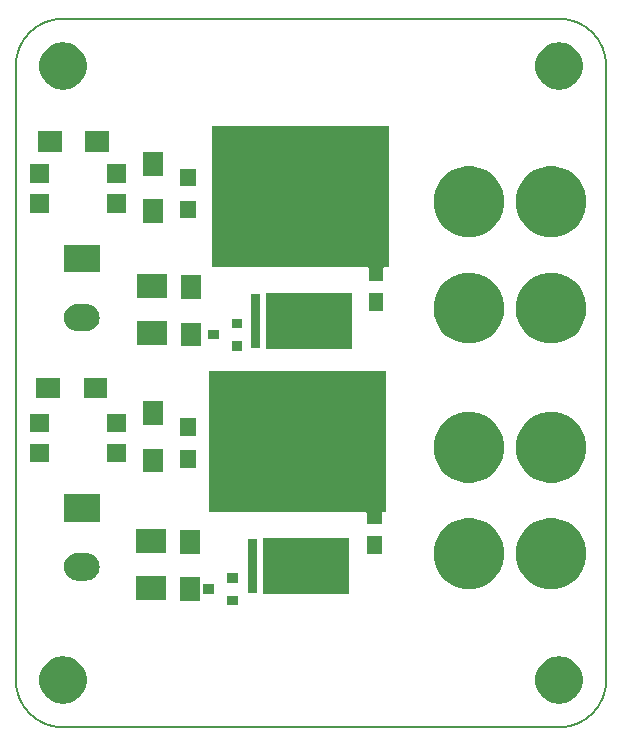
<source format=gbr>
G04 #@! TF.GenerationSoftware,KiCad,Pcbnew,(5.1.5)-3*
G04 #@! TF.CreationDate,2020-03-28T21:50:29-04:00*
G04 #@! TF.ProjectId,MOSTERFET,4d4f5354-4552-4464-9554-2e6b69636164,1.1*
G04 #@! TF.SameCoordinates,Original*
G04 #@! TF.FileFunction,Soldermask,Top*
G04 #@! TF.FilePolarity,Negative*
%FSLAX46Y46*%
G04 Gerber Fmt 4.6, Leading zero omitted, Abs format (unit mm)*
G04 Created by KiCad (PCBNEW (5.1.5)-3) date 2020-03-28 21:50:29*
%MOMM*%
%LPD*%
G04 APERTURE LIST*
%ADD10C,0.150000*%
%ADD11C,0.100000*%
G04 APERTURE END LIST*
D10*
X73000000Y-61000000D02*
G75*
G02X77000000Y-57000000I4000000J0D01*
G01*
X77000000Y-117000000D02*
G75*
G02X73000000Y-113000000I0J4000000D01*
G01*
X123000000Y-113000000D02*
G75*
G02X119000000Y-117000000I-4000000J0D01*
G01*
X119000000Y-57000000D02*
G75*
G02X123000000Y-61000000I0J-4000000D01*
G01*
X77000000Y-117000000D02*
X119000000Y-117000000D01*
X77000000Y-57000000D02*
X119000000Y-57000000D01*
X123000000Y-113000000D02*
X123000000Y-61000000D01*
X73000000Y-113000000D02*
X73000000Y-61000000D01*
D11*
G36*
X119293582Y-111019215D02*
G01*
X119583381Y-111076859D01*
X119947356Y-111227623D01*
X120274921Y-111446495D01*
X120274923Y-111446497D01*
X120274926Y-111446499D01*
X120553501Y-111725074D01*
X120553503Y-111725077D01*
X120553505Y-111725079D01*
X120772377Y-112052644D01*
X120923141Y-112416619D01*
X121000000Y-112803018D01*
X121000000Y-113196982D01*
X120923141Y-113583381D01*
X120772377Y-113947356D01*
X120553505Y-114274921D01*
X120553503Y-114274923D01*
X120553501Y-114274926D01*
X120274926Y-114553501D01*
X120274923Y-114553503D01*
X120274921Y-114553505D01*
X119947356Y-114772377D01*
X119583381Y-114923141D01*
X119293582Y-114980785D01*
X119196983Y-115000000D01*
X118803017Y-115000000D01*
X118706418Y-114980785D01*
X118416619Y-114923141D01*
X118052644Y-114772377D01*
X117725079Y-114553505D01*
X117725077Y-114553503D01*
X117725074Y-114553501D01*
X117446499Y-114274926D01*
X117446497Y-114274923D01*
X117446495Y-114274921D01*
X117227623Y-113947356D01*
X117076859Y-113583381D01*
X117000000Y-113196982D01*
X117000000Y-112803018D01*
X117076859Y-112416619D01*
X117227623Y-112052644D01*
X117446495Y-111725079D01*
X117446497Y-111725077D01*
X117446499Y-111725074D01*
X117725074Y-111446499D01*
X117725077Y-111446497D01*
X117725079Y-111446495D01*
X118052644Y-111227623D01*
X118416619Y-111076859D01*
X118706418Y-111019215D01*
X118803017Y-111000000D01*
X119196983Y-111000000D01*
X119293582Y-111019215D01*
G37*
G36*
X77293582Y-111019215D02*
G01*
X77583381Y-111076859D01*
X77947356Y-111227623D01*
X78274921Y-111446495D01*
X78274923Y-111446497D01*
X78274926Y-111446499D01*
X78553501Y-111725074D01*
X78553503Y-111725077D01*
X78553505Y-111725079D01*
X78772377Y-112052644D01*
X78923141Y-112416619D01*
X79000000Y-112803018D01*
X79000000Y-113196982D01*
X78923141Y-113583381D01*
X78772377Y-113947356D01*
X78553505Y-114274921D01*
X78553503Y-114274923D01*
X78553501Y-114274926D01*
X78274926Y-114553501D01*
X78274923Y-114553503D01*
X78274921Y-114553505D01*
X77947356Y-114772377D01*
X77583381Y-114923141D01*
X77293582Y-114980785D01*
X77196983Y-115000000D01*
X76803017Y-115000000D01*
X76706418Y-114980785D01*
X76416619Y-114923141D01*
X76052644Y-114772377D01*
X75725079Y-114553505D01*
X75725077Y-114553503D01*
X75725074Y-114553501D01*
X75446499Y-114274926D01*
X75446497Y-114274923D01*
X75446495Y-114274921D01*
X75227623Y-113947356D01*
X75076859Y-113583381D01*
X75000000Y-113196982D01*
X75000000Y-112803018D01*
X75076859Y-112416619D01*
X75227623Y-112052644D01*
X75446495Y-111725079D01*
X75446497Y-111725077D01*
X75446499Y-111725074D01*
X75725074Y-111446499D01*
X75725077Y-111446497D01*
X75725079Y-111446495D01*
X76052644Y-111227623D01*
X76416619Y-111076859D01*
X76706418Y-111019215D01*
X76803017Y-111000000D01*
X77196983Y-111000000D01*
X77293582Y-111019215D01*
G37*
G36*
X91800000Y-106650000D02*
G01*
X90900000Y-106650000D01*
X90900000Y-105850000D01*
X91800000Y-105850000D01*
X91800000Y-106650000D01*
G37*
G36*
X88600000Y-106300000D02*
G01*
X86900000Y-106300000D01*
X86900000Y-104300000D01*
X88600000Y-104300000D01*
X88600000Y-106300000D01*
G37*
G36*
X85700000Y-106200000D02*
G01*
X83200000Y-106200000D01*
X83200000Y-104200000D01*
X85700000Y-104200000D01*
X85700000Y-106200000D01*
G37*
G36*
X101200000Y-105700000D02*
G01*
X93900000Y-105700000D01*
X93900000Y-101000000D01*
X101200000Y-101000000D01*
X101200000Y-105700000D01*
G37*
G36*
X89800000Y-105700000D02*
G01*
X88900000Y-105700000D01*
X88900000Y-104900000D01*
X89800000Y-104900000D01*
X89800000Y-105700000D01*
G37*
G36*
X93440000Y-105625000D02*
G01*
X92640000Y-105625000D01*
X92640000Y-101025000D01*
X93440000Y-101025000D01*
X93440000Y-105625000D01*
G37*
G36*
X112250068Y-99415288D02*
G01*
X112250070Y-99415289D01*
X112250071Y-99415289D01*
X112796034Y-99641434D01*
X113287384Y-99969744D01*
X113287386Y-99969746D01*
X113287389Y-99969748D01*
X113705252Y-100387611D01*
X113705254Y-100387614D01*
X113705256Y-100387616D01*
X114033566Y-100878966D01*
X114094055Y-101025000D01*
X114259712Y-101424932D01*
X114375000Y-102004526D01*
X114375000Y-102595474D01*
X114260788Y-103169660D01*
X114259711Y-103175071D01*
X114033566Y-103721034D01*
X113705256Y-104212384D01*
X113705254Y-104212386D01*
X113705252Y-104212389D01*
X113287389Y-104630252D01*
X113287386Y-104630254D01*
X113287384Y-104630256D01*
X112796034Y-104958566D01*
X112250071Y-105184711D01*
X112250070Y-105184711D01*
X112250068Y-105184712D01*
X111670474Y-105300000D01*
X111079526Y-105300000D01*
X110499932Y-105184712D01*
X110499930Y-105184711D01*
X110499929Y-105184711D01*
X109953966Y-104958566D01*
X109462616Y-104630256D01*
X109462614Y-104630254D01*
X109462611Y-104630252D01*
X109044748Y-104212389D01*
X109044746Y-104212386D01*
X109044744Y-104212384D01*
X108716434Y-103721034D01*
X108490289Y-103175071D01*
X108489213Y-103169660D01*
X108375000Y-102595474D01*
X108375000Y-102004526D01*
X108490288Y-101424932D01*
X108655945Y-101025000D01*
X108716434Y-100878966D01*
X109044744Y-100387616D01*
X109044746Y-100387614D01*
X109044748Y-100387611D01*
X109462611Y-99969748D01*
X109462614Y-99969746D01*
X109462616Y-99969744D01*
X109953966Y-99641434D01*
X110499929Y-99415289D01*
X110499930Y-99415289D01*
X110499932Y-99415288D01*
X111079526Y-99300000D01*
X111670474Y-99300000D01*
X112250068Y-99415288D01*
G37*
G36*
X119200068Y-99415288D02*
G01*
X119200070Y-99415289D01*
X119200071Y-99415289D01*
X119746034Y-99641434D01*
X120237384Y-99969744D01*
X120237386Y-99969746D01*
X120237389Y-99969748D01*
X120655252Y-100387611D01*
X120655254Y-100387614D01*
X120655256Y-100387616D01*
X120983566Y-100878966D01*
X121044055Y-101025000D01*
X121209712Y-101424932D01*
X121325000Y-102004526D01*
X121325000Y-102595474D01*
X121210788Y-103169660D01*
X121209711Y-103175071D01*
X120983566Y-103721034D01*
X120655256Y-104212384D01*
X120655254Y-104212386D01*
X120655252Y-104212389D01*
X120237389Y-104630252D01*
X120237386Y-104630254D01*
X120237384Y-104630256D01*
X119746034Y-104958566D01*
X119200071Y-105184711D01*
X119200070Y-105184711D01*
X119200068Y-105184712D01*
X118620474Y-105300000D01*
X118029526Y-105300000D01*
X117449932Y-105184712D01*
X117449930Y-105184711D01*
X117449929Y-105184711D01*
X116903966Y-104958566D01*
X116412616Y-104630256D01*
X116412614Y-104630254D01*
X116412611Y-104630252D01*
X115994748Y-104212389D01*
X115994746Y-104212386D01*
X115994744Y-104212384D01*
X115666434Y-103721034D01*
X115440289Y-103175071D01*
X115439213Y-103169660D01*
X115325000Y-102595474D01*
X115325000Y-102004526D01*
X115440288Y-101424932D01*
X115605945Y-101025000D01*
X115666434Y-100878966D01*
X115994744Y-100387616D01*
X115994746Y-100387614D01*
X115994748Y-100387611D01*
X116412611Y-99969748D01*
X116412614Y-99969746D01*
X116412616Y-99969744D01*
X116903966Y-99641434D01*
X117449929Y-99415289D01*
X117449930Y-99415289D01*
X117449932Y-99415288D01*
X118029526Y-99300000D01*
X118620474Y-99300000D01*
X119200068Y-99415288D01*
G37*
G36*
X91800000Y-104750000D02*
G01*
X90900000Y-104750000D01*
X90900000Y-103950000D01*
X91800000Y-103950000D01*
X91800000Y-104750000D01*
G37*
G36*
X79155340Y-102242002D02*
G01*
X79376829Y-102309189D01*
X79376831Y-102309190D01*
X79580955Y-102418297D01*
X79759871Y-102565129D01*
X79906703Y-102744045D01*
X79906704Y-102744047D01*
X80015811Y-102948171D01*
X80082998Y-103169660D01*
X80105685Y-103400000D01*
X80082998Y-103630340D01*
X80015811Y-103851829D01*
X80015810Y-103851831D01*
X79906703Y-104055955D01*
X79759871Y-104234871D01*
X79580955Y-104381703D01*
X79580953Y-104381704D01*
X79376829Y-104490811D01*
X79155340Y-104557998D01*
X78982720Y-104575000D01*
X78217280Y-104575000D01*
X78044660Y-104557998D01*
X77823171Y-104490811D01*
X77619047Y-104381704D01*
X77619045Y-104381703D01*
X77440129Y-104234871D01*
X77293297Y-104055955D01*
X77184190Y-103851831D01*
X77184189Y-103851829D01*
X77117002Y-103630340D01*
X77094315Y-103400000D01*
X77117002Y-103169660D01*
X77184189Y-102948171D01*
X77293296Y-102744047D01*
X77293297Y-102744045D01*
X77440129Y-102565129D01*
X77619045Y-102418297D01*
X77823169Y-102309190D01*
X77823171Y-102309189D01*
X78044660Y-102242002D01*
X78217280Y-102225000D01*
X78982720Y-102225000D01*
X79155340Y-102242002D01*
G37*
G36*
X88600000Y-102300000D02*
G01*
X86900000Y-102300000D01*
X86900000Y-100300000D01*
X88600000Y-100300000D01*
X88600000Y-102300000D01*
G37*
G36*
X103975000Y-102300000D02*
G01*
X102725000Y-102300000D01*
X102725000Y-100800000D01*
X103975000Y-100800000D01*
X103975000Y-102300000D01*
G37*
G36*
X85700000Y-102200000D02*
G01*
X83200000Y-102200000D01*
X83200000Y-100200000D01*
X85700000Y-100200000D01*
X85700000Y-102200000D01*
G37*
G36*
X104350000Y-98800000D02*
G01*
X104038499Y-98800000D01*
X104026111Y-98801220D01*
X104014199Y-98804834D01*
X104003221Y-98810702D01*
X103993598Y-98818598D01*
X103985702Y-98828221D01*
X103979834Y-98839199D01*
X103976220Y-98851111D01*
X103975000Y-98863499D01*
X103975000Y-99800000D01*
X102725000Y-99800000D01*
X102725000Y-98863499D01*
X102723780Y-98851111D01*
X102720166Y-98839199D01*
X102714298Y-98828221D01*
X102706402Y-98818598D01*
X102696779Y-98810702D01*
X102685801Y-98804834D01*
X102673889Y-98801220D01*
X102661501Y-98800000D01*
X89350000Y-98800000D01*
X89350000Y-86800000D01*
X104350000Y-86800000D01*
X104350000Y-98800000D01*
G37*
G36*
X80100000Y-99575000D02*
G01*
X77100000Y-99575000D01*
X77100000Y-97225000D01*
X80100000Y-97225000D01*
X80100000Y-99575000D01*
G37*
G36*
X112250068Y-90415288D02*
G01*
X112250070Y-90415289D01*
X112250071Y-90415289D01*
X112796034Y-90641434D01*
X113287384Y-90969744D01*
X113287386Y-90969746D01*
X113287389Y-90969748D01*
X113705252Y-91387611D01*
X113705254Y-91387614D01*
X113705256Y-91387616D01*
X114033566Y-91878966D01*
X114259711Y-92424929D01*
X114375000Y-93004527D01*
X114375000Y-93595473D01*
X114259711Y-94175071D01*
X114033566Y-94721034D01*
X113705256Y-95212384D01*
X113705254Y-95212386D01*
X113705252Y-95212389D01*
X113287389Y-95630252D01*
X113287386Y-95630254D01*
X113287384Y-95630256D01*
X112796034Y-95958566D01*
X112250071Y-96184711D01*
X112250070Y-96184711D01*
X112250068Y-96184712D01*
X111670474Y-96300000D01*
X111079526Y-96300000D01*
X110499932Y-96184712D01*
X110499930Y-96184711D01*
X110499929Y-96184711D01*
X109953966Y-95958566D01*
X109462616Y-95630256D01*
X109462614Y-95630254D01*
X109462611Y-95630252D01*
X109044748Y-95212389D01*
X109044746Y-95212386D01*
X109044744Y-95212384D01*
X108716434Y-94721034D01*
X108490289Y-94175071D01*
X108375000Y-93595473D01*
X108375000Y-93004527D01*
X108490289Y-92424929D01*
X108716434Y-91878966D01*
X109044744Y-91387616D01*
X109044746Y-91387614D01*
X109044748Y-91387611D01*
X109462611Y-90969748D01*
X109462614Y-90969746D01*
X109462616Y-90969744D01*
X109953966Y-90641434D01*
X110499929Y-90415289D01*
X110499930Y-90415289D01*
X110499932Y-90415288D01*
X111079526Y-90300000D01*
X111670474Y-90300000D01*
X112250068Y-90415288D01*
G37*
G36*
X119200068Y-90415288D02*
G01*
X119200070Y-90415289D01*
X119200071Y-90415289D01*
X119746034Y-90641434D01*
X120237384Y-90969744D01*
X120237386Y-90969746D01*
X120237389Y-90969748D01*
X120655252Y-91387611D01*
X120655254Y-91387614D01*
X120655256Y-91387616D01*
X120983566Y-91878966D01*
X121209711Y-92424929D01*
X121325000Y-93004527D01*
X121325000Y-93595473D01*
X121209711Y-94175071D01*
X120983566Y-94721034D01*
X120655256Y-95212384D01*
X120655254Y-95212386D01*
X120655252Y-95212389D01*
X120237389Y-95630252D01*
X120237386Y-95630254D01*
X120237384Y-95630256D01*
X119746034Y-95958566D01*
X119200071Y-96184711D01*
X119200070Y-96184711D01*
X119200068Y-96184712D01*
X118620474Y-96300000D01*
X118029526Y-96300000D01*
X117449932Y-96184712D01*
X117449930Y-96184711D01*
X117449929Y-96184711D01*
X116903966Y-95958566D01*
X116412616Y-95630256D01*
X116412614Y-95630254D01*
X116412611Y-95630252D01*
X115994748Y-95212389D01*
X115994746Y-95212386D01*
X115994744Y-95212384D01*
X115666434Y-94721034D01*
X115440289Y-94175071D01*
X115325000Y-93595473D01*
X115325000Y-93004527D01*
X115440289Y-92424929D01*
X115666434Y-91878966D01*
X115994744Y-91387616D01*
X115994746Y-91387614D01*
X115994748Y-91387611D01*
X116412611Y-90969748D01*
X116412614Y-90969746D01*
X116412616Y-90969744D01*
X116903966Y-90641434D01*
X117449929Y-90415289D01*
X117449930Y-90415289D01*
X117449932Y-90415288D01*
X118029526Y-90300000D01*
X118620474Y-90300000D01*
X119200068Y-90415288D01*
G37*
G36*
X85450000Y-95400000D02*
G01*
X83750000Y-95400000D01*
X83750000Y-93400000D01*
X85450000Y-93400000D01*
X85450000Y-95400000D01*
G37*
G36*
X88250000Y-95000000D02*
G01*
X86950000Y-95000000D01*
X86950000Y-93500000D01*
X88250000Y-93500000D01*
X88250000Y-95000000D01*
G37*
G36*
X82350000Y-94570000D02*
G01*
X80750000Y-94570000D01*
X80750000Y-92970000D01*
X82350000Y-92970000D01*
X82350000Y-94570000D01*
G37*
G36*
X75850000Y-94570000D02*
G01*
X74250000Y-94570000D01*
X74250000Y-92970000D01*
X75850000Y-92970000D01*
X75850000Y-94570000D01*
G37*
G36*
X88250000Y-92300000D02*
G01*
X86950000Y-92300000D01*
X86950000Y-90800000D01*
X88250000Y-90800000D01*
X88250000Y-92300000D01*
G37*
G36*
X75850000Y-92030000D02*
G01*
X74250000Y-92030000D01*
X74250000Y-90430000D01*
X75850000Y-90430000D01*
X75850000Y-92030000D01*
G37*
G36*
X82350000Y-92030000D02*
G01*
X80750000Y-92030000D01*
X80750000Y-90430000D01*
X82350000Y-90430000D01*
X82350000Y-92030000D01*
G37*
G36*
X85450000Y-91400000D02*
G01*
X83750000Y-91400000D01*
X83750000Y-89400000D01*
X85450000Y-89400000D01*
X85450000Y-91400000D01*
G37*
G36*
X76750000Y-89100000D02*
G01*
X74750000Y-89100000D01*
X74750000Y-87400000D01*
X76750000Y-87400000D01*
X76750000Y-89100000D01*
G37*
G36*
X80750000Y-89100000D02*
G01*
X78750000Y-89100000D01*
X78750000Y-87400000D01*
X80750000Y-87400000D01*
X80750000Y-89100000D01*
G37*
G36*
X92200000Y-85100000D02*
G01*
X91300000Y-85100000D01*
X91300000Y-84300000D01*
X92200000Y-84300000D01*
X92200000Y-85100000D01*
G37*
G36*
X101450000Y-84959993D02*
G01*
X94150000Y-84959993D01*
X94150000Y-80259993D01*
X101450000Y-80259993D01*
X101450000Y-84959993D01*
G37*
G36*
X93690000Y-84875000D02*
G01*
X92890000Y-84875000D01*
X92890000Y-80275000D01*
X93690000Y-80275000D01*
X93690000Y-84875000D01*
G37*
G36*
X88700000Y-84725000D02*
G01*
X87000000Y-84725000D01*
X87000000Y-82725000D01*
X88700000Y-82725000D01*
X88700000Y-84725000D01*
G37*
G36*
X85800000Y-84625000D02*
G01*
X83300000Y-84625000D01*
X83300000Y-82625000D01*
X85800000Y-82625000D01*
X85800000Y-84625000D01*
G37*
G36*
X119200068Y-78615288D02*
G01*
X119200070Y-78615289D01*
X119200071Y-78615289D01*
X119746034Y-78841434D01*
X120237384Y-79169744D01*
X120237386Y-79169746D01*
X120237389Y-79169748D01*
X120655252Y-79587611D01*
X120655254Y-79587614D01*
X120655256Y-79587616D01*
X120983566Y-80078966D01*
X121209711Y-80624929D01*
X121209712Y-80624932D01*
X121325000Y-81204526D01*
X121325000Y-81795474D01*
X121270461Y-82069663D01*
X121209711Y-82375071D01*
X120983566Y-82921034D01*
X120655256Y-83412384D01*
X120655254Y-83412386D01*
X120655252Y-83412389D01*
X120237389Y-83830252D01*
X120237386Y-83830254D01*
X120237384Y-83830256D01*
X119746034Y-84158566D01*
X119200071Y-84384711D01*
X119200070Y-84384711D01*
X119200068Y-84384712D01*
X118620474Y-84500000D01*
X118029526Y-84500000D01*
X117449932Y-84384712D01*
X117449930Y-84384711D01*
X117449929Y-84384711D01*
X116903966Y-84158566D01*
X116412616Y-83830256D01*
X116412614Y-83830254D01*
X116412611Y-83830252D01*
X115994748Y-83412389D01*
X115994746Y-83412386D01*
X115994744Y-83412384D01*
X115666434Y-82921034D01*
X115440289Y-82375071D01*
X115379540Y-82069663D01*
X115325000Y-81795474D01*
X115325000Y-81204526D01*
X115440288Y-80624932D01*
X115440289Y-80624929D01*
X115666434Y-80078966D01*
X115994744Y-79587616D01*
X115994746Y-79587614D01*
X115994748Y-79587611D01*
X116412611Y-79169748D01*
X116412614Y-79169746D01*
X116412616Y-79169744D01*
X116903966Y-78841434D01*
X117449929Y-78615289D01*
X117449930Y-78615289D01*
X117449932Y-78615288D01*
X118029526Y-78500000D01*
X118620474Y-78500000D01*
X119200068Y-78615288D01*
G37*
G36*
X112250068Y-78615288D02*
G01*
X112250070Y-78615289D01*
X112250071Y-78615289D01*
X112796034Y-78841434D01*
X113287384Y-79169744D01*
X113287386Y-79169746D01*
X113287389Y-79169748D01*
X113705252Y-79587611D01*
X113705254Y-79587614D01*
X113705256Y-79587616D01*
X114033566Y-80078966D01*
X114259711Y-80624929D01*
X114259712Y-80624932D01*
X114375000Y-81204526D01*
X114375000Y-81795474D01*
X114320461Y-82069663D01*
X114259711Y-82375071D01*
X114033566Y-82921034D01*
X113705256Y-83412384D01*
X113705254Y-83412386D01*
X113705252Y-83412389D01*
X113287389Y-83830252D01*
X113287386Y-83830254D01*
X113287384Y-83830256D01*
X112796034Y-84158566D01*
X112250071Y-84384711D01*
X112250070Y-84384711D01*
X112250068Y-84384712D01*
X111670474Y-84500000D01*
X111079526Y-84500000D01*
X110499932Y-84384712D01*
X110499930Y-84384711D01*
X110499929Y-84384711D01*
X109953966Y-84158566D01*
X109462616Y-83830256D01*
X109462614Y-83830254D01*
X109462611Y-83830252D01*
X109044748Y-83412389D01*
X109044746Y-83412386D01*
X109044744Y-83412384D01*
X108716434Y-82921034D01*
X108490289Y-82375071D01*
X108429540Y-82069663D01*
X108375000Y-81795474D01*
X108375000Y-81204526D01*
X108490288Y-80624932D01*
X108490289Y-80624929D01*
X108716434Y-80078966D01*
X109044744Y-79587616D01*
X109044746Y-79587614D01*
X109044748Y-79587611D01*
X109462611Y-79169748D01*
X109462614Y-79169746D01*
X109462616Y-79169744D01*
X109953966Y-78841434D01*
X110499929Y-78615289D01*
X110499930Y-78615289D01*
X110499932Y-78615288D01*
X111079526Y-78500000D01*
X111670474Y-78500000D01*
X112250068Y-78615288D01*
G37*
G36*
X90200000Y-84150000D02*
G01*
X89300000Y-84150000D01*
X89300000Y-83350000D01*
X90200000Y-83350000D01*
X90200000Y-84150000D01*
G37*
G36*
X79155340Y-81142002D02*
G01*
X79376829Y-81209189D01*
X79376831Y-81209190D01*
X79580955Y-81318297D01*
X79759871Y-81465129D01*
X79906703Y-81644045D01*
X79906704Y-81644047D01*
X80015811Y-81848171D01*
X80082998Y-82069660D01*
X80105685Y-82300000D01*
X80082998Y-82530340D01*
X80023949Y-82725000D01*
X80015810Y-82751831D01*
X79906703Y-82955955D01*
X79759871Y-83134871D01*
X79580955Y-83281703D01*
X79580953Y-83281704D01*
X79376829Y-83390811D01*
X79155340Y-83457998D01*
X78982720Y-83475000D01*
X78217280Y-83475000D01*
X78044660Y-83457998D01*
X77823171Y-83390811D01*
X77619047Y-83281704D01*
X77619045Y-83281703D01*
X77440129Y-83134871D01*
X77293297Y-82955955D01*
X77184190Y-82751831D01*
X77176051Y-82725000D01*
X77117002Y-82530340D01*
X77094315Y-82300000D01*
X77117002Y-82069660D01*
X77184189Y-81848171D01*
X77293296Y-81644047D01*
X77293297Y-81644045D01*
X77440129Y-81465129D01*
X77619045Y-81318297D01*
X77823169Y-81209190D01*
X77823171Y-81209189D01*
X78044660Y-81142002D01*
X78217280Y-81125000D01*
X78982720Y-81125000D01*
X79155340Y-81142002D01*
G37*
G36*
X92200000Y-83200000D02*
G01*
X91300000Y-83200000D01*
X91300000Y-82400000D01*
X92200000Y-82400000D01*
X92200000Y-83200000D01*
G37*
G36*
X104125000Y-81750000D02*
G01*
X102875000Y-81750000D01*
X102875000Y-80250000D01*
X104125000Y-80250000D01*
X104125000Y-81750000D01*
G37*
G36*
X88700000Y-80725000D02*
G01*
X87000000Y-80725000D01*
X87000000Y-78725000D01*
X88700000Y-78725000D01*
X88700000Y-80725000D01*
G37*
G36*
X85800000Y-80625000D02*
G01*
X83300000Y-80625000D01*
X83300000Y-78625000D01*
X85800000Y-78625000D01*
X85800000Y-80625000D01*
G37*
G36*
X104600000Y-78050000D02*
G01*
X104188499Y-78050000D01*
X104176111Y-78051220D01*
X104164199Y-78054834D01*
X104153221Y-78060702D01*
X104143598Y-78068598D01*
X104135702Y-78078221D01*
X104129834Y-78089199D01*
X104126220Y-78101111D01*
X104125000Y-78113499D01*
X104125000Y-79250000D01*
X102875000Y-79250000D01*
X102875000Y-78113499D01*
X102873780Y-78101111D01*
X102870166Y-78089199D01*
X102864298Y-78078221D01*
X102856402Y-78068598D01*
X102846779Y-78060702D01*
X102835801Y-78054834D01*
X102823889Y-78051220D01*
X102811501Y-78050000D01*
X89600000Y-78050000D01*
X89600000Y-66050000D01*
X104600000Y-66050000D01*
X104600000Y-78050000D01*
G37*
G36*
X80100000Y-78475000D02*
G01*
X77100000Y-78475000D01*
X77100000Y-76125000D01*
X80100000Y-76125000D01*
X80100000Y-78475000D01*
G37*
G36*
X119200068Y-69615288D02*
G01*
X119200070Y-69615289D01*
X119200071Y-69615289D01*
X119746034Y-69841434D01*
X120237384Y-70169744D01*
X120237386Y-70169746D01*
X120237389Y-70169748D01*
X120655252Y-70587611D01*
X120655254Y-70587614D01*
X120655256Y-70587616D01*
X120983566Y-71078966D01*
X121209711Y-71624929D01*
X121325000Y-72204527D01*
X121325000Y-72795473D01*
X121209711Y-73375071D01*
X120983566Y-73921034D01*
X120655256Y-74412384D01*
X120655254Y-74412386D01*
X120655252Y-74412389D01*
X120237389Y-74830252D01*
X120237386Y-74830254D01*
X120237384Y-74830256D01*
X119746034Y-75158566D01*
X119200071Y-75384711D01*
X119200070Y-75384711D01*
X119200068Y-75384712D01*
X118620474Y-75500000D01*
X118029526Y-75500000D01*
X117449932Y-75384712D01*
X117449930Y-75384711D01*
X117449929Y-75384711D01*
X116903966Y-75158566D01*
X116412616Y-74830256D01*
X116412614Y-74830254D01*
X116412611Y-74830252D01*
X115994748Y-74412389D01*
X115994746Y-74412386D01*
X115994744Y-74412384D01*
X115666434Y-73921034D01*
X115440289Y-73375071D01*
X115325000Y-72795473D01*
X115325000Y-72204527D01*
X115440289Y-71624929D01*
X115666434Y-71078966D01*
X115994744Y-70587616D01*
X115994746Y-70587614D01*
X115994748Y-70587611D01*
X116412611Y-70169748D01*
X116412614Y-70169746D01*
X116412616Y-70169744D01*
X116903966Y-69841434D01*
X117449929Y-69615289D01*
X117449930Y-69615289D01*
X117449932Y-69615288D01*
X118029526Y-69500000D01*
X118620474Y-69500000D01*
X119200068Y-69615288D01*
G37*
G36*
X112250068Y-69615288D02*
G01*
X112250070Y-69615289D01*
X112250071Y-69615289D01*
X112796034Y-69841434D01*
X113287384Y-70169744D01*
X113287386Y-70169746D01*
X113287389Y-70169748D01*
X113705252Y-70587611D01*
X113705254Y-70587614D01*
X113705256Y-70587616D01*
X114033566Y-71078966D01*
X114259711Y-71624929D01*
X114375000Y-72204527D01*
X114375000Y-72795473D01*
X114259711Y-73375071D01*
X114033566Y-73921034D01*
X113705256Y-74412384D01*
X113705254Y-74412386D01*
X113705252Y-74412389D01*
X113287389Y-74830252D01*
X113287386Y-74830254D01*
X113287384Y-74830256D01*
X112796034Y-75158566D01*
X112250071Y-75384711D01*
X112250070Y-75384711D01*
X112250068Y-75384712D01*
X111670474Y-75500000D01*
X111079526Y-75500000D01*
X110499932Y-75384712D01*
X110499930Y-75384711D01*
X110499929Y-75384711D01*
X109953966Y-75158566D01*
X109462616Y-74830256D01*
X109462614Y-74830254D01*
X109462611Y-74830252D01*
X109044748Y-74412389D01*
X109044746Y-74412386D01*
X109044744Y-74412384D01*
X108716434Y-73921034D01*
X108490289Y-73375071D01*
X108375000Y-72795473D01*
X108375000Y-72204527D01*
X108490289Y-71624929D01*
X108716434Y-71078966D01*
X109044744Y-70587616D01*
X109044746Y-70587614D01*
X109044748Y-70587611D01*
X109462611Y-70169748D01*
X109462614Y-70169746D01*
X109462616Y-70169744D01*
X109953966Y-69841434D01*
X110499929Y-69615289D01*
X110499930Y-69615289D01*
X110499932Y-69615288D01*
X111079526Y-69500000D01*
X111670474Y-69500000D01*
X112250068Y-69615288D01*
G37*
G36*
X85450000Y-74300000D02*
G01*
X83750000Y-74300000D01*
X83750000Y-72300000D01*
X85450000Y-72300000D01*
X85450000Y-74300000D01*
G37*
G36*
X88250000Y-73900000D02*
G01*
X86950000Y-73900000D01*
X86950000Y-72400000D01*
X88250000Y-72400000D01*
X88250000Y-73900000D01*
G37*
G36*
X82350000Y-73470000D02*
G01*
X80750000Y-73470000D01*
X80750000Y-71870000D01*
X82350000Y-71870000D01*
X82350000Y-73470000D01*
G37*
G36*
X75850000Y-73470000D02*
G01*
X74250000Y-73470000D01*
X74250000Y-71870000D01*
X75850000Y-71870000D01*
X75850000Y-73470000D01*
G37*
G36*
X88250000Y-71200000D02*
G01*
X86950000Y-71200000D01*
X86950000Y-69700000D01*
X88250000Y-69700000D01*
X88250000Y-71200000D01*
G37*
G36*
X75850000Y-70930000D02*
G01*
X74250000Y-70930000D01*
X74250000Y-69330000D01*
X75850000Y-69330000D01*
X75850000Y-70930000D01*
G37*
G36*
X82350000Y-70930000D02*
G01*
X80750000Y-70930000D01*
X80750000Y-69330000D01*
X82350000Y-69330000D01*
X82350000Y-70930000D01*
G37*
G36*
X85450000Y-70300000D02*
G01*
X83750000Y-70300000D01*
X83750000Y-68300000D01*
X85450000Y-68300000D01*
X85450000Y-70300000D01*
G37*
G36*
X80900000Y-68250000D02*
G01*
X78900000Y-68250000D01*
X78900000Y-66550000D01*
X80900000Y-66550000D01*
X80900000Y-68250000D01*
G37*
G36*
X76900000Y-68250000D02*
G01*
X74900000Y-68250000D01*
X74900000Y-66550000D01*
X76900000Y-66550000D01*
X76900000Y-68250000D01*
G37*
G36*
X119293582Y-59019215D02*
G01*
X119583381Y-59076859D01*
X119947356Y-59227623D01*
X120274921Y-59446495D01*
X120274923Y-59446497D01*
X120274926Y-59446499D01*
X120553501Y-59725074D01*
X120553503Y-59725077D01*
X120553505Y-59725079D01*
X120772377Y-60052644D01*
X120923141Y-60416619D01*
X121000000Y-60803018D01*
X121000000Y-61196982D01*
X120923141Y-61583381D01*
X120772377Y-61947356D01*
X120553505Y-62274921D01*
X120553503Y-62274923D01*
X120553501Y-62274926D01*
X120274926Y-62553501D01*
X120274923Y-62553503D01*
X120274921Y-62553505D01*
X119947356Y-62772377D01*
X119583381Y-62923141D01*
X119293582Y-62980785D01*
X119196983Y-63000000D01*
X118803017Y-63000000D01*
X118706418Y-62980785D01*
X118416619Y-62923141D01*
X118052644Y-62772377D01*
X117725079Y-62553505D01*
X117725077Y-62553503D01*
X117725074Y-62553501D01*
X117446499Y-62274926D01*
X117446497Y-62274923D01*
X117446495Y-62274921D01*
X117227623Y-61947356D01*
X117076859Y-61583381D01*
X117000000Y-61196982D01*
X117000000Y-60803018D01*
X117076859Y-60416619D01*
X117227623Y-60052644D01*
X117446495Y-59725079D01*
X117446497Y-59725077D01*
X117446499Y-59725074D01*
X117725074Y-59446499D01*
X117725077Y-59446497D01*
X117725079Y-59446495D01*
X118052644Y-59227623D01*
X118416619Y-59076859D01*
X118706418Y-59019215D01*
X118803017Y-59000000D01*
X119196983Y-59000000D01*
X119293582Y-59019215D01*
G37*
G36*
X77293582Y-59019215D02*
G01*
X77583381Y-59076859D01*
X77947356Y-59227623D01*
X78274921Y-59446495D01*
X78274923Y-59446497D01*
X78274926Y-59446499D01*
X78553501Y-59725074D01*
X78553503Y-59725077D01*
X78553505Y-59725079D01*
X78772377Y-60052644D01*
X78923141Y-60416619D01*
X79000000Y-60803018D01*
X79000000Y-61196982D01*
X78923141Y-61583381D01*
X78772377Y-61947356D01*
X78553505Y-62274921D01*
X78553503Y-62274923D01*
X78553501Y-62274926D01*
X78274926Y-62553501D01*
X78274923Y-62553503D01*
X78274921Y-62553505D01*
X77947356Y-62772377D01*
X77583381Y-62923141D01*
X77293582Y-62980785D01*
X77196983Y-63000000D01*
X76803017Y-63000000D01*
X76706418Y-62980785D01*
X76416619Y-62923141D01*
X76052644Y-62772377D01*
X75725079Y-62553505D01*
X75725077Y-62553503D01*
X75725074Y-62553501D01*
X75446499Y-62274926D01*
X75446497Y-62274923D01*
X75446495Y-62274921D01*
X75227623Y-61947356D01*
X75076859Y-61583381D01*
X75000000Y-61196982D01*
X75000000Y-60803018D01*
X75076859Y-60416619D01*
X75227623Y-60052644D01*
X75446495Y-59725079D01*
X75446497Y-59725077D01*
X75446499Y-59725074D01*
X75725074Y-59446499D01*
X75725077Y-59446497D01*
X75725079Y-59446495D01*
X76052644Y-59227623D01*
X76416619Y-59076859D01*
X76706418Y-59019215D01*
X76803017Y-59000000D01*
X77196983Y-59000000D01*
X77293582Y-59019215D01*
G37*
M02*

</source>
